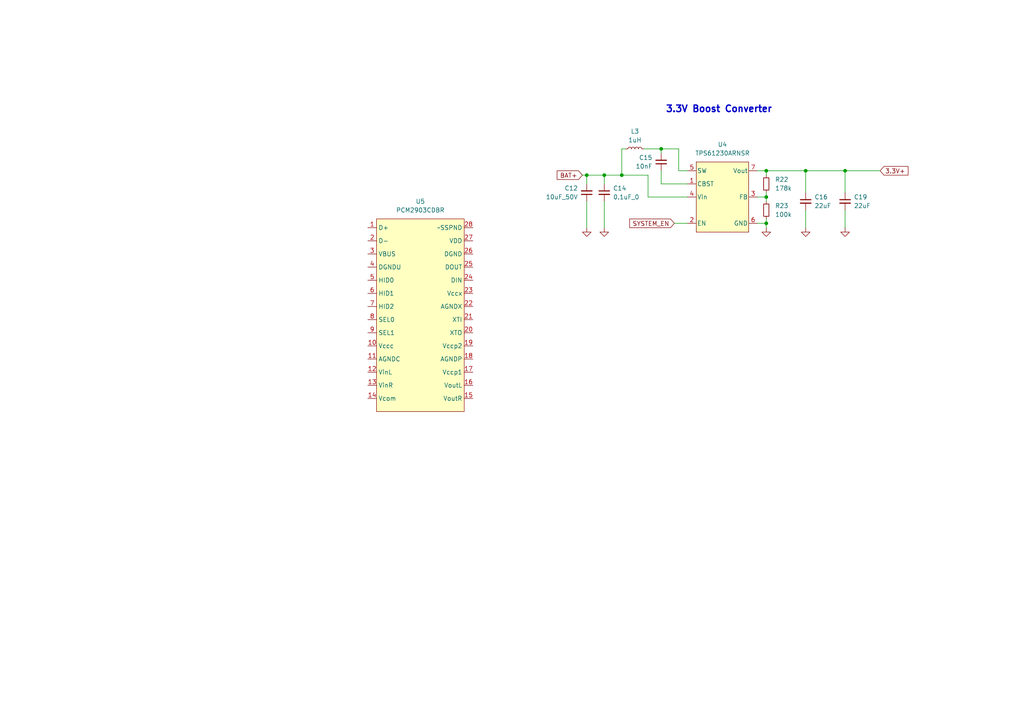
<source format=kicad_sch>
(kicad_sch (version 20231120) (generator "eeschema") (generator_version "8.0")
  (paper "A4")
  (title_block (rev "P1"))
  (lib_symbols
    (symbol "000-Capacitors:0.1uF_0" (pin_numbers hide) (pin_names (offset 0.254) hide)
      (property "Reference" "C" (at 0.254 1.778 0))
      (property "Value" "0.1uF_0" (at 0.254 -2.032 0))
      (symbol "0.1uF_0_0_1"
        (polyline (pts (xy -1.524 -0.508) (xy 1.524 -0.508)) (stroke (width 0.3302)))
        (polyline (pts (xy -1.524 0.508) (xy 1.524 0.508)) (stroke (width 0.3048)))
      )
      (symbol "0.1uF_0_1_1"
        (pin passive line (at 0 2.54 270) (length 2.032) (name "~") (number "1"))
        (pin passive line (at 0 -2.54 90) (length 2.032) (name "~") (number "2"))
      )
    )
    (symbol "000-Capacitors:10nF" (pin_numbers hide) (pin_names (offset 0.254) hide)
      (property "Reference" "C" (at 0.254 1.778 0))
      (property "Value" "10nF" (at 0.254 -2.032 0))
      (symbol "10nF_0_1"
        (polyline (pts (xy -1.524 -0.508) (xy 1.524 -0.508)) (stroke (width 0.3302)))
        (polyline (pts (xy -1.524 0.508) (xy 1.524 0.508)) (stroke (width 0.3048)))
      )
      (symbol "10nF_1_1"
        (pin passive line (at 0 2.54 270) (length 2.032) (name "~") (number "1"))
        (pin passive line (at 0 -2.54 90) (length 2.032) (name "~") (number "2"))
      )
    )
    (symbol "000-Capacitors:10uF_50V" (pin_numbers hide) (pin_names (offset 0.254) hide)
      (property "Reference" "C" (at 0.254 1.778 0))
      (property "Value" "10uF_50V" (at 0.254 -2.032 0))
      (symbol "10uF_50V_0_1"
        (polyline (pts (xy -1.524 -0.508) (xy 1.524 -0.508)) (stroke (width 0.3302)))
        (polyline (pts (xy -1.524 0.508) (xy 1.524 0.508)) (stroke (width 0.3048)))
      )
      (symbol "10uF_50V_1_1"
        (pin passive line (at 0 2.54 270) (length 2.032) (name "~") (number "1"))
        (pin passive line (at 0 -2.54 90) (length 2.032) (name "~") (number "2"))
      )
    )
    (symbol "000-Capacitors:22uF" (pin_numbers hide) (pin_names (offset 0.254) hide)
      (property "Reference" "C" (at 0.254 1.778 0))
      (property "Value" "22uF" (at 0.254 -2.032 0))
      (symbol "22uF_0_1"
        (polyline (pts (xy -1.524 -0.508) (xy 1.524 -0.508)) (stroke (width 0.3302)))
        (polyline (pts (xy -1.524 0.508) (xy 1.524 0.508)) (stroke (width 0.3048)))
      )
      (symbol "22uF_1_1"
        (pin passive line (at 0 2.54 270) (length 2.032) (name "~") (number "1"))
        (pin passive line (at 0 -2.54 90) (length 2.032) (name "~") (number "2"))
      )
    )
    (symbol "000-ICs:PCM2903CDBR"
      (property "Reference" "U" (at -11.684 26.416 0))
      (property "Value" "PCM2903CDBR" (at -5.842 -32.004 0))
      (symbol "PCM2903CDBR_1_1"
        (rectangle (start -12.7 25.4) (end 12.7 -30.48) (fill (type background)))
        (pin input line (at -15.24 22.86 0) (length 2.54) (name "D+") (number "1"))
        (pin input line (at -15.24 -11.43 0) (length 2.54) (name "Vccc") (number "10"))
        (pin input line (at -15.24 -15.24 0) (length 2.54) (name "AGNDC") (number "11"))
        (pin input line (at -15.24 -19.05 0) (length 2.54) (name "VinL") (number "12"))
        (pin input line (at -15.24 -22.86 0) (length 2.54) (name "VinR") (number "13"))
        (pin input line (at -15.24 -26.67 0) (length 2.54) (name "Vcom") (number "14"))
        (pin input line (at 15.24 -26.67 180) (length 2.54) (name "VoutR") (number "15"))
        (pin input line (at 15.24 -22.86 180) (length 2.54) (name "VoutL") (number "16"))
        (pin input line (at 15.24 -19.05 180) (length 2.54) (name "Vccp1") (number "17"))
        (pin input line (at 15.24 -15.24 180) (length 2.54) (name "AGNDP") (number "18"))
        (pin input line (at 15.24 -11.43 180) (length 2.54) (name "Vccp2") (number "19"))
        (pin input line (at -15.24 19.05 0) (length 2.54) (name "D-") (number "2"))
        (pin input line (at 15.24 -7.62 180) (length 2.54) (name "XTO") (number "20"))
        (pin input line (at 15.24 -3.81 180) (length 2.54) (name "XTI") (number "21"))
        (pin input line (at 15.24 0 180) (length 2.54) (name "AGNDX") (number "22"))
        (pin input line (at 15.24 3.81 180) (length 2.54) (name "Vccx") (number "23"))
        (pin input line (at 15.24 7.62 180) (length 2.54) (name "DIN") (number "24"))
        (pin input line (at 15.24 11.43 180) (length 2.54) (name "DOUT") (number "25"))
        (pin input line (at 15.24 15.24 180) (length 2.54) (name "DGND") (number "26"))
        (pin input line (at 15.24 19.05 180) (length 2.54) (name "VDD") (number "27"))
        (pin input line (at 15.24 22.86 180) (length 2.54) (name "~SSPND") (number "28"))
        (pin input line (at -15.24 15.24 0) (length 2.54) (name "VBUS") (number "3"))
        (pin input line (at -15.24 11.43 0) (length 2.54) (name "DGNDU") (number "4"))
        (pin input line (at -15.24 7.62 0) (length 2.54) (name "HID0") (number "5"))
        (pin input line (at -15.24 3.81 0) (length 2.54) (name "HID1") (number "6"))
        (pin input line (at -15.24 0 0) (length 2.54) (name "HID2") (number "7"))
        (pin input line (at -15.24 -3.81 0) (length 2.54) (name "SEL0") (number "8"))
        (pin input line (at -15.24 -7.62 0) (length 2.54) (name "SEL1") (number "9"))
      )
    )
    (symbol "000-ICs:TPS61230ARNSR" (pin_names (offset 0.254))
      (property "Reference" "U" (at -7.62 11.176 0))
      (property "Value" "TPS61230ARNSR" (at -8.128 -11.684 0))
      (symbol "TPS61230ARNSR_1_1"
        (rectangle (start -7.62 10.16) (end 7.62 -10.16) (fill (type background)))
        (pin input line (at -10.16 3.81 0) (length 2.54) (name "CBST") (number "1"))
        (pin input line (at -10.16 -7.62 0) (length 2.54) (name "EN") (number "2"))
        (pin input line (at 10.16 0 180) (length 2.54) (name "FB") (number "3"))
        (pin input line (at -10.16 0 0) (length 2.54) (name "Vin") (number "4"))
        (pin input line (at -10.16 7.62 0) (length 2.54) (name "SW") (number "5"))
        (pin input line (at 10.16 -7.62 180) (length 2.54) (name "GND") (number "6"))
        (pin input line (at 10.16 7.62 180) (length 2.54) (name "Vout") (number "7"))
      )
    )
    (symbol "000-Inductors:1uH" (pin_numbers hide) (pin_names (offset 0.254) hide)
      (property "Reference" "L" (at -0.635 1.905 0))
      (property "Value" "1uH" (at -2.54 -1.27 0))
      (symbol "1uH_0_1"
        (arc (start -1.016 0) (mid -1.524 0.5058) (end -2.032 0))
        (arc (start 0 0) (mid -0.508 0.5058) (end -1.016 0))
        (arc (start 1.016 0) (mid 0.508 0.5058) (end 0 0))
        (arc (start 2.032 0) (mid 1.524 0.5058) (end 1.016 0))
      )
      (symbol "1uH_1_1"
        (pin passive line (at -2.54 0 0) (length 0.508) (name "~") (number "1"))
        (pin passive line (at 2.54 0 180) (length 0.508) (name "~") (number "2"))
      )
    )
    (symbol "000-Resistors:100k" (pin_numbers hide) (pin_names (offset 0.254) hide)
      (property "Reference" "R" (at 0.762 0.508 0))
      (property "Value" "100k" (at 0.762 -1.016 0))
      (symbol "100k_0_1"
        (rectangle (start -0.762 1.778) (end 0.762 -1.778) (stroke (width 0.2032)))
      )
      (symbol "100k_1_1"
        (pin passive line (at 0 2.54 270) (length 0.762) (name "~") (number "1"))
        (pin passive line (at 0 -2.54 90) (length 0.762) (name "~") (number "2"))
      )
    )
    (symbol "000-Resistors:178k" (pin_numbers hide) (pin_names (offset 0.254) hide)
      (property "Reference" "R" (at 0.762 0.508 0))
      (property "Value" "178k" (at 0.762 -1.016 0))
      (symbol "178k_0_1"
        (rectangle (start -0.762 1.778) (end 0.762 -1.778) (stroke (width 0.2032)))
      )
      (symbol "178k_1_1"
        (pin passive line (at 0 2.54 270) (length 0.762) (name "~") (number "1"))
        (pin passive line (at 0 -2.54 90) (length 0.762) (name "~") (number "2"))
      )
    )
    (symbol "power:GND" (power) (pin_numbers hide) (pin_names (offset 0) hide)
      (property "Value" "GND" (at 0 -3.81 0))
      (symbol "GND_0_1"
        (polyline (pts (xy 0 0) (xy 0 -1.27) (xy 1.27 -1.27) (xy 0 -2.54) (xy -1.27 -1.27) (xy 0 -1.27)))
      )
      (symbol "GND_1_1"
        (pin power_in line (at 0 0 270) (length 0) (name "~") (number "1"))
      )
    )
  )
  (junction (at 191.77 43.18))
  (junction (at 175.26 50.8))
  (junction (at 233.68 49.53))
  (junction (at 222.25 57.15))
  (junction (at 222.25 64.77))
  (junction (at 180.34 50.8))
  (junction (at 222.25 49.53))
  (junction (at 170.18 50.8))
  (junction (at 245.11 49.53))
  (wire (pts (xy 233.68 60.96) (xy 233.68 66.04)))
  (wire (pts (xy 187.96 57.15) (xy 199.39 57.15)))
  (wire (pts (xy 219.71 57.15) (xy 222.25 57.15)))
  (wire (pts (xy 245.11 49.53) (xy 255.27 49.53)))
  (wire (pts (xy 170.18 50.8) (xy 175.26 50.8)))
  (wire (pts (xy 195.58 64.77) (xy 199.39 64.77)))
  (wire (pts (xy 196.85 43.18) (xy 196.85 49.53)))
  (wire (pts (xy 245.11 60.96) (xy 245.11 66.04)))
  (wire (pts (xy 222.25 57.15) (xy 222.25 55.88)))
  (wire (pts (xy 187.96 50.8) (xy 187.96 57.15)))
  (wire (pts (xy 175.26 50.8) (xy 175.26 53.34)))
  (wire (pts (xy 180.34 43.18) (xy 181.61 43.18)))
  (wire (pts (xy 219.71 49.53) (xy 222.25 49.53)))
  (wire (pts (xy 233.68 49.53) (xy 233.68 55.88)))
  (wire (pts (xy 222.25 49.53) (xy 233.68 49.53)))
  (wire (pts (xy 222.25 49.53) (xy 222.25 50.8)))
  (wire (pts (xy 180.34 50.8) (xy 187.96 50.8)))
  (wire (pts (xy 233.68 49.53) (xy 245.11 49.53)))
  (wire (pts (xy 222.25 64.77) (xy 219.71 64.77)))
  (wire (pts (xy 191.77 43.18) (xy 191.77 44.45)))
  (wire (pts (xy 170.18 50.8) (xy 170.18 53.34)))
  (wire (pts (xy 191.77 43.18) (xy 196.85 43.18)))
  (wire (pts (xy 175.26 50.8) (xy 180.34 50.8)))
  (wire (pts (xy 222.25 57.15) (xy 222.25 58.42)))
  (wire (pts (xy 191.77 49.53) (xy 191.77 53.34)))
  (wire (pts (xy 186.69 43.18) (xy 191.77 43.18)))
  (wire (pts (xy 168.91 50.8) (xy 170.18 50.8)))
  (wire (pts (xy 196.85 49.53) (xy 199.39 49.53)))
  (wire (pts (xy 222.25 63.5) (xy 222.25 64.77)))
  (wire (pts (xy 191.77 53.34) (xy 199.39 53.34)))
  (wire (pts (xy 222.25 66.04) (xy 222.25 64.77)))
  (wire (pts (xy 170.18 58.42) (xy 170.18 66.04)))
  (wire (pts (xy 180.34 43.18) (xy 180.34 50.8)))
  (wire (pts (xy 175.26 58.42) (xy 175.26 66.04)))
  (wire (pts (xy 245.11 49.53) (xy 245.11 55.88)))
  (text "3.3V Boost Converter" (at 208.534 31.75 0) (effects (font (size 1.905 1.905) (bold yes))))
  (global_label "3.3V+" (shape input) (at 255.27 49.53 0) (property "Intersheetrefs" "${INTERSHEET_REFS}" (effects (hide yes))))
  (global_label "SYSTEM_EN" (shape input) (at 195.58 64.77 180) (property "Intersheetrefs" "${INTERSHEET_REFS}" (effects (hide yes))))
  (global_label "BAT+" (shape input) (at 168.91 50.8 180) (property "Intersheetrefs" "${INTERSHEET_REFS}" (effects (hide yes))))
  (symbol (lib_id "power:GND") (at 233.68 66.04 0) (unit 1) (on_board no)
    (property "Reference" "#PWR037" (effects (hide yes)))
    (property "Value" "GND" (effects (hide yes)))
    (property "Description" "Power symbol creates a global label with name \"GND\" , ground" (effects (hide yes)))
  )
  (symbol (lib_id "power:GND") (at 222.25 66.04 0) (unit 1) (on_board no)
    (property "Reference" "#PWR036" (effects (hide yes)))
    (property "Value" "GND" (effects (hide yes)))
    (property "Description" "Power symbol creates a global label with name \"GND\" , ground" (effects (hide yes)))
  )
  (symbol (lib_id "000-Capacitors:10nF") (at 191.77 46.99 0) (mirror x) (unit 1) (on_board no)
    (property "Reference" "C15" (at 189.23 45.7135 0) (effects (justify right)))
    (property "Value" "10nF" (at 189.23 48.2535 0) (effects (justify right)))
    (property "Footprint" "Capacitor_SMD:C_0603_1608Metric_Pad1.08x0.95mm_HandSolder" (effects (hide yes)))
    (property "Description" "CAP CER 10000PF 50V X7R 0603" (effects (hide yes)))
    (property "Part Number" "CAP-10NF " (effects (hide yes)))
    (property "Digikey PN" "1292-1386-1-ND " (effects (hide yes)))
  )
  (symbol (lib_id "000-Capacitors:10uF_50V") (at 170.18 55.88 0) (mirror x) (unit 1) (on_board no)
    (property "Reference" "C12" (at 167.64 54.6035 0) (effects (justify right)))
    (property "Value" "10uF_50V" (at 167.64 57.1435 0) (effects (justify right)))
    (property "Footprint" "Capacitor_SMD:C_1206_3216Metric_Pad1.33x1.80mm_HandSolder" (effects (hide yes)))
    (property "Part Number" "CAP-10UF-50V " (effects (hide yes)))
    (property "Digikey PN" "1276-2876-1-ND" (effects (hide yes)))
  )
  (symbol (lib_id "000-Resistors:178k") (at 222.25 53.34 0) (unit 1) (on_board no)
    (property "Reference" "R22" (at 224.79 52.0699 0) (effects (justify left)))
    (property "Value" "178k" (at 224.79 54.6099 0) (effects (justify left)))
    (property "Footprint" "Resistor_SMD:R_0805_2012Metric_Pad1.20x1.40mm_HandSolder" (effects (hide yes)))
    (property "Description" "RES 178K OHM 1% 1/8W 0805" (effects (hide yes)))
    (property "PN" "RES-178K" (effects (hide yes)))
    (property "Digikey PN" "RMCF0805FT178K" (effects (hide yes)))
  )
  (symbol (lib_id "power:GND") (at 170.18 66.04 0) (unit 1) (on_board no)
    (property "Reference" "#PWR02" (effects (hide yes)))
    (property "Value" "GND" (effects (hide yes)))
    (property "Description" "Power symbol creates a global label with name \"GND\" , ground" (effects (hide yes)))
  )
  (symbol (lib_id "000-Inductors:1uH") (at 184.15 43.18 0) (unit 1) (on_board no)
    (property "Reference" "L3" (at 184.15 38.1 0))
    (property "Value" "1uH" (at 184.15 40.64 0))
    (property "Footprint" "000-Footprints:IND_356010_WRE" (effects (hide yes)))
    (property "Datasheet" "https://www.we-online.com/components/products/datasheet/74438356010.pdf" (effects (hide yes)))
    (property "PN" "IND-004 " (effects (hide yes)))
    (property "Digikey PN" "732-8228-1-ND " (effects (hide yes)))
  )
  (symbol (lib_id "power:GND") (at 245.11 66.04 0) (unit 1) (on_board no)
    (property "Reference" "#PWR038" (effects (hide yes)))
    (property "Value" "GND" (effects (hide yes)))
    (property "Description" "Power symbol creates a global label with name \"GND\" , ground" (effects (hide yes)))
  )
  (symbol (lib_id "000-Capacitors:22uF") (at 233.68 58.42 0) (unit 1) (on_board no)
    (property "Reference" "C16" (at 236.22 57.1562 0) (effects (justify left)))
    (property "Value" "22uF" (at 236.22 59.6962 0) (effects (justify left)))
    (property "Footprint" "Capacitor_SMD:C_0603_1608Metric_Pad1.08x0.95mm_HandSolder" (effects (hide yes)))
    (property "Part Number" "CAP-22UF" (effects (hide yes)))
    (property "Digikey PN" "1276-1274-1-ND" (effects (hide yes)))
  )
  (symbol (lib_id "000-Capacitors:0.1uF_0") (at 175.26 55.88 0) (unit 1) (on_board no)
    (property "Reference" "C14" (at 177.8 54.6162 0) (effects (justify left)))
    (property "Value" "0.1uF_0" (at 177.8 57.1562 0) (effects (justify left)))
    (property "Footprint" "Capacitor_SMD:C_0603_1608Metric_Pad1.08x0.95mm_HandSolder" (effects (hide yes)))
    (property "Description" "Through-Hole" (effects (hide yes)))
    (property "Part Number" "CAP-100NF" (effects (hide yes)))
    (property "Digikey PN" "399-C0603C104K5RAC7867CT-ND" (effects (hide yes)))
  )
  (symbol (lib_id "000-Resistors:100k") (at 222.25 60.96 0) (unit 1) (on_board no)
    (property "Reference" "R23" (at 224.79 59.6899 0) (effects (justify left)))
    (property "Value" "100k" (at 224.79 62.2299 0) (effects (justify left)))
    (property "Footprint" "Resistor_SMD:R_0805_2012Metric_Pad1.20x1.40mm_HandSolder" (effects (hide yes)))
    (property "PN" "RES-100000" (effects (hide yes)))
    (property "Digikey PN" "RMCF0805FT100KCT-ND" (effects (hide yes)))
  )
  (symbol (lib_id "000-ICs:TPS61230ARNSR") (at 209.55 57.15 0) (unit 1) (on_board no)
    (property "Reference" "U4" (at 209.55 41.91 0))
    (property "Value" "TPS61230ARNSR" (at 209.55 44.45 0))
    (property "Datasheet" "https://www.ti.com/lit/ds/symlink/tps61230a.pdf" (effects (hide yes)))
    (property "PN" "IC-016" (effects (hide yes)))
    (property "Digikey PN" "296-47375-1-ND " (effects (hide yes)))
  )
  (symbol (lib_id "000-Capacitors:22uF") (at 245.11 58.42 0) (unit 1) (on_board no)
    (property "Reference" "C19" (at 247.65 57.1562 0) (effects (justify left)))
    (property "Value" "22uF" (at 247.65 59.6962 0) (effects (justify left)))
    (property "Footprint" "Capacitor_SMD:C_0603_1608Metric_Pad1.08x0.95mm_HandSolder" (effects (hide yes)))
    (property "Part Number" "CAP-22UF" (effects (hide yes)))
    (property "Digikey PN" "1276-1274-1-ND" (effects (hide yes)))
  )
  (symbol (lib_id "power:GND") (at 175.26 66.04 0) (unit 1) (on_board no)
    (property "Reference" "#PWR035" (effects (hide yes)))
    (property "Value" "GND" (effects (hide yes)))
    (property "Description" "Power symbol creates a global label with name \"GND\" , ground" (effects (hide yes)))
  )
  (symbol (lib_id "000-ICs:PCM2903CDBR") (at 121.92 88.9 0) (unit 1) (on_board no)
    (property "Reference" "U5" (at 121.92 58.42 0))
    (property "Value" "PCM2903CDBR" (at 121.92 60.96 0))
    (property "Footprint" "Package_SO:SSOP-28_5.3x10.2mm_P0.65mm" (effects (hide yes)))
    (property "Datasheet" "https://www.ti.com/lit/ds/symlink/pcm2903c.pdf" (effects (hide yes)))
    (property "Description" "IC STERO AUD CODEC W/USB 28SSOP" (effects (hide yes)))
    (property "PN" "IC-018 " (effects (hide yes)))
    (property "Digikey PN" "296-34778-1-ND" (effects (hide yes)))
  )
)
</source>
